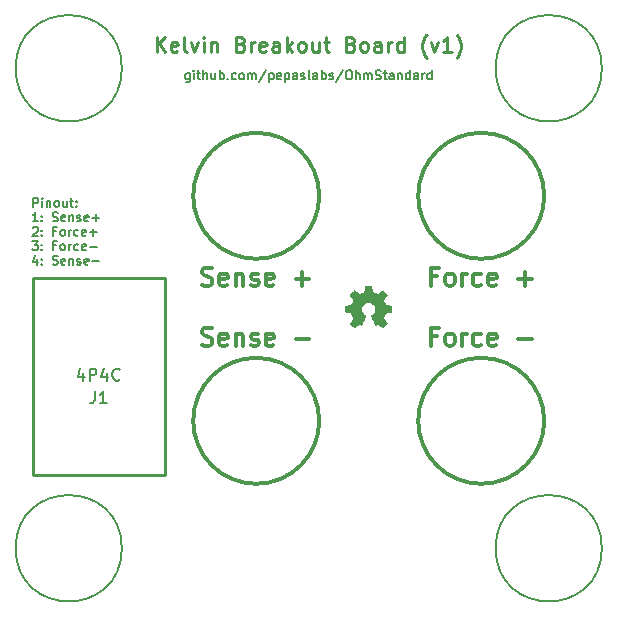
<source format=gto>
G04 (created by PCBNEW (2013-07-07 BZR 4022)-stable) date 6/30/2014 1:32:33 AM*
%MOIN*%
G04 Gerber Fmt 3.4, Leading zero omitted, Abs format*
%FSLAX34Y34*%
G01*
G70*
G90*
G04 APERTURE LIST*
%ADD10C,0.00590551*%
%ADD11C,0.006*%
%ADD12C,0.01*%
%ADD13C,0.012*%
%ADD14C,0.0001*%
%ADD15C,0.008*%
G04 APERTURE END LIST*
G54D10*
G54D11*
X70778Y-36671D02*
X70778Y-36914D01*
X70764Y-36942D01*
X70749Y-36957D01*
X70721Y-36971D01*
X70678Y-36971D01*
X70649Y-36957D01*
X70778Y-36857D02*
X70749Y-36871D01*
X70692Y-36871D01*
X70664Y-36857D01*
X70649Y-36842D01*
X70635Y-36814D01*
X70635Y-36728D01*
X70649Y-36700D01*
X70664Y-36685D01*
X70692Y-36671D01*
X70749Y-36671D01*
X70778Y-36685D01*
X70921Y-36871D02*
X70921Y-36671D01*
X70921Y-36571D02*
X70907Y-36585D01*
X70921Y-36600D01*
X70935Y-36585D01*
X70921Y-36571D01*
X70921Y-36600D01*
X71021Y-36671D02*
X71135Y-36671D01*
X71064Y-36571D02*
X71064Y-36828D01*
X71078Y-36857D01*
X71107Y-36871D01*
X71135Y-36871D01*
X71235Y-36871D02*
X71235Y-36571D01*
X71364Y-36871D02*
X71364Y-36714D01*
X71349Y-36685D01*
X71321Y-36671D01*
X71278Y-36671D01*
X71249Y-36685D01*
X71235Y-36700D01*
X71635Y-36671D02*
X71635Y-36871D01*
X71507Y-36671D02*
X71507Y-36828D01*
X71521Y-36857D01*
X71549Y-36871D01*
X71592Y-36871D01*
X71621Y-36857D01*
X71635Y-36842D01*
X71778Y-36871D02*
X71778Y-36571D01*
X71778Y-36685D02*
X71807Y-36671D01*
X71864Y-36671D01*
X71892Y-36685D01*
X71907Y-36700D01*
X71921Y-36728D01*
X71921Y-36814D01*
X71907Y-36842D01*
X71892Y-36857D01*
X71864Y-36871D01*
X71807Y-36871D01*
X71778Y-36857D01*
X72049Y-36842D02*
X72064Y-36857D01*
X72049Y-36871D01*
X72035Y-36857D01*
X72049Y-36842D01*
X72049Y-36871D01*
X72321Y-36857D02*
X72292Y-36871D01*
X72235Y-36871D01*
X72207Y-36857D01*
X72192Y-36842D01*
X72178Y-36814D01*
X72178Y-36728D01*
X72192Y-36700D01*
X72207Y-36685D01*
X72235Y-36671D01*
X72292Y-36671D01*
X72321Y-36685D01*
X72492Y-36871D02*
X72464Y-36857D01*
X72449Y-36842D01*
X72435Y-36814D01*
X72435Y-36728D01*
X72449Y-36700D01*
X72464Y-36685D01*
X72492Y-36671D01*
X72535Y-36671D01*
X72564Y-36685D01*
X72578Y-36700D01*
X72592Y-36728D01*
X72592Y-36814D01*
X72578Y-36842D01*
X72564Y-36857D01*
X72535Y-36871D01*
X72492Y-36871D01*
X72721Y-36871D02*
X72721Y-36671D01*
X72721Y-36700D02*
X72735Y-36685D01*
X72764Y-36671D01*
X72807Y-36671D01*
X72835Y-36685D01*
X72849Y-36714D01*
X72849Y-36871D01*
X72849Y-36714D02*
X72864Y-36685D01*
X72892Y-36671D01*
X72935Y-36671D01*
X72964Y-36685D01*
X72978Y-36714D01*
X72978Y-36871D01*
X73335Y-36557D02*
X73078Y-36942D01*
X73435Y-36671D02*
X73435Y-36971D01*
X73435Y-36685D02*
X73464Y-36671D01*
X73521Y-36671D01*
X73549Y-36685D01*
X73564Y-36700D01*
X73578Y-36728D01*
X73578Y-36814D01*
X73564Y-36842D01*
X73549Y-36857D01*
X73521Y-36871D01*
X73464Y-36871D01*
X73435Y-36857D01*
X73821Y-36857D02*
X73792Y-36871D01*
X73735Y-36871D01*
X73707Y-36857D01*
X73692Y-36828D01*
X73692Y-36714D01*
X73707Y-36685D01*
X73735Y-36671D01*
X73792Y-36671D01*
X73821Y-36685D01*
X73835Y-36714D01*
X73835Y-36742D01*
X73692Y-36771D01*
X73964Y-36671D02*
X73964Y-36971D01*
X73964Y-36685D02*
X73992Y-36671D01*
X74050Y-36671D01*
X74078Y-36685D01*
X74092Y-36700D01*
X74107Y-36728D01*
X74107Y-36814D01*
X74092Y-36842D01*
X74078Y-36857D01*
X74050Y-36871D01*
X73992Y-36871D01*
X73964Y-36857D01*
X74364Y-36871D02*
X74364Y-36714D01*
X74350Y-36685D01*
X74321Y-36671D01*
X74264Y-36671D01*
X74235Y-36685D01*
X74364Y-36857D02*
X74335Y-36871D01*
X74264Y-36871D01*
X74235Y-36857D01*
X74221Y-36828D01*
X74221Y-36800D01*
X74235Y-36771D01*
X74264Y-36757D01*
X74335Y-36757D01*
X74364Y-36742D01*
X74492Y-36857D02*
X74521Y-36871D01*
X74578Y-36871D01*
X74607Y-36857D01*
X74621Y-36828D01*
X74621Y-36814D01*
X74607Y-36785D01*
X74578Y-36771D01*
X74535Y-36771D01*
X74507Y-36757D01*
X74492Y-36728D01*
X74492Y-36714D01*
X74507Y-36685D01*
X74535Y-36671D01*
X74578Y-36671D01*
X74607Y-36685D01*
X74792Y-36871D02*
X74764Y-36857D01*
X74750Y-36828D01*
X74750Y-36571D01*
X75035Y-36871D02*
X75035Y-36714D01*
X75021Y-36685D01*
X74992Y-36671D01*
X74935Y-36671D01*
X74907Y-36685D01*
X75035Y-36857D02*
X75007Y-36871D01*
X74935Y-36871D01*
X74907Y-36857D01*
X74892Y-36828D01*
X74892Y-36800D01*
X74907Y-36771D01*
X74935Y-36757D01*
X75007Y-36757D01*
X75035Y-36742D01*
X75178Y-36871D02*
X75178Y-36571D01*
X75178Y-36685D02*
X75207Y-36671D01*
X75264Y-36671D01*
X75292Y-36685D01*
X75307Y-36700D01*
X75321Y-36728D01*
X75321Y-36814D01*
X75307Y-36842D01*
X75292Y-36857D01*
X75264Y-36871D01*
X75207Y-36871D01*
X75178Y-36857D01*
X75435Y-36857D02*
X75464Y-36871D01*
X75521Y-36871D01*
X75550Y-36857D01*
X75564Y-36828D01*
X75564Y-36814D01*
X75550Y-36785D01*
X75521Y-36771D01*
X75478Y-36771D01*
X75450Y-36757D01*
X75435Y-36728D01*
X75435Y-36714D01*
X75450Y-36685D01*
X75478Y-36671D01*
X75521Y-36671D01*
X75550Y-36685D01*
X75907Y-36557D02*
X75650Y-36942D01*
X76064Y-36571D02*
X76121Y-36571D01*
X76150Y-36585D01*
X76178Y-36614D01*
X76192Y-36671D01*
X76192Y-36771D01*
X76178Y-36828D01*
X76150Y-36857D01*
X76121Y-36871D01*
X76064Y-36871D01*
X76035Y-36857D01*
X76007Y-36828D01*
X75992Y-36771D01*
X75992Y-36671D01*
X76007Y-36614D01*
X76035Y-36585D01*
X76064Y-36571D01*
X76321Y-36871D02*
X76321Y-36571D01*
X76450Y-36871D02*
X76450Y-36714D01*
X76435Y-36685D01*
X76407Y-36671D01*
X76364Y-36671D01*
X76335Y-36685D01*
X76321Y-36700D01*
X76592Y-36871D02*
X76592Y-36671D01*
X76592Y-36700D02*
X76607Y-36685D01*
X76635Y-36671D01*
X76678Y-36671D01*
X76707Y-36685D01*
X76721Y-36714D01*
X76721Y-36871D01*
X76721Y-36714D02*
X76735Y-36685D01*
X76764Y-36671D01*
X76807Y-36671D01*
X76835Y-36685D01*
X76850Y-36714D01*
X76850Y-36871D01*
X76978Y-36857D02*
X77021Y-36871D01*
X77092Y-36871D01*
X77121Y-36857D01*
X77135Y-36842D01*
X77150Y-36814D01*
X77150Y-36785D01*
X77135Y-36757D01*
X77121Y-36742D01*
X77092Y-36728D01*
X77035Y-36714D01*
X77007Y-36700D01*
X76992Y-36685D01*
X76978Y-36657D01*
X76978Y-36628D01*
X76992Y-36600D01*
X77007Y-36585D01*
X77035Y-36571D01*
X77107Y-36571D01*
X77150Y-36585D01*
X77235Y-36671D02*
X77350Y-36671D01*
X77278Y-36571D02*
X77278Y-36828D01*
X77292Y-36857D01*
X77321Y-36871D01*
X77350Y-36871D01*
X77578Y-36871D02*
X77578Y-36714D01*
X77564Y-36685D01*
X77535Y-36671D01*
X77478Y-36671D01*
X77450Y-36685D01*
X77578Y-36857D02*
X77550Y-36871D01*
X77478Y-36871D01*
X77450Y-36857D01*
X77435Y-36828D01*
X77435Y-36800D01*
X77450Y-36771D01*
X77478Y-36757D01*
X77550Y-36757D01*
X77578Y-36742D01*
X77721Y-36671D02*
X77721Y-36871D01*
X77721Y-36700D02*
X77735Y-36685D01*
X77764Y-36671D01*
X77807Y-36671D01*
X77835Y-36685D01*
X77850Y-36714D01*
X77850Y-36871D01*
X78121Y-36871D02*
X78121Y-36571D01*
X78121Y-36857D02*
X78092Y-36871D01*
X78035Y-36871D01*
X78007Y-36857D01*
X77992Y-36842D01*
X77978Y-36814D01*
X77978Y-36728D01*
X77992Y-36700D01*
X78007Y-36685D01*
X78035Y-36671D01*
X78092Y-36671D01*
X78121Y-36685D01*
X78392Y-36871D02*
X78392Y-36714D01*
X78378Y-36685D01*
X78350Y-36671D01*
X78292Y-36671D01*
X78264Y-36685D01*
X78392Y-36857D02*
X78364Y-36871D01*
X78292Y-36871D01*
X78264Y-36857D01*
X78250Y-36828D01*
X78250Y-36800D01*
X78264Y-36771D01*
X78292Y-36757D01*
X78364Y-36757D01*
X78392Y-36742D01*
X78535Y-36871D02*
X78535Y-36671D01*
X78535Y-36728D02*
X78550Y-36700D01*
X78564Y-36685D01*
X78592Y-36671D01*
X78621Y-36671D01*
X78850Y-36871D02*
X78850Y-36571D01*
X78850Y-36857D02*
X78821Y-36871D01*
X78764Y-36871D01*
X78735Y-36857D01*
X78721Y-36842D01*
X78707Y-36814D01*
X78707Y-36728D01*
X78721Y-36700D01*
X78735Y-36685D01*
X78764Y-36671D01*
X78821Y-36671D01*
X78850Y-36685D01*
G54D12*
X69678Y-35952D02*
X69678Y-35452D01*
X69964Y-35952D02*
X69750Y-35666D01*
X69964Y-35452D02*
X69678Y-35738D01*
X70369Y-35928D02*
X70321Y-35952D01*
X70226Y-35952D01*
X70178Y-35928D01*
X70154Y-35880D01*
X70154Y-35690D01*
X70178Y-35642D01*
X70226Y-35619D01*
X70321Y-35619D01*
X70369Y-35642D01*
X70392Y-35690D01*
X70392Y-35738D01*
X70154Y-35785D01*
X70678Y-35952D02*
X70630Y-35928D01*
X70607Y-35880D01*
X70607Y-35452D01*
X70821Y-35619D02*
X70940Y-35952D01*
X71059Y-35619D01*
X71249Y-35952D02*
X71249Y-35619D01*
X71249Y-35452D02*
X71226Y-35476D01*
X71249Y-35500D01*
X71273Y-35476D01*
X71249Y-35452D01*
X71249Y-35500D01*
X71488Y-35619D02*
X71488Y-35952D01*
X71488Y-35666D02*
X71511Y-35642D01*
X71559Y-35619D01*
X71630Y-35619D01*
X71678Y-35642D01*
X71702Y-35690D01*
X71702Y-35952D01*
X72488Y-35690D02*
X72559Y-35714D01*
X72583Y-35738D01*
X72607Y-35785D01*
X72607Y-35857D01*
X72583Y-35904D01*
X72559Y-35928D01*
X72511Y-35952D01*
X72321Y-35952D01*
X72321Y-35452D01*
X72488Y-35452D01*
X72535Y-35476D01*
X72559Y-35500D01*
X72583Y-35547D01*
X72583Y-35595D01*
X72559Y-35642D01*
X72535Y-35666D01*
X72488Y-35690D01*
X72321Y-35690D01*
X72821Y-35952D02*
X72821Y-35619D01*
X72821Y-35714D02*
X72845Y-35666D01*
X72869Y-35642D01*
X72916Y-35619D01*
X72964Y-35619D01*
X73321Y-35928D02*
X73273Y-35952D01*
X73178Y-35952D01*
X73130Y-35928D01*
X73107Y-35880D01*
X73107Y-35690D01*
X73130Y-35642D01*
X73178Y-35619D01*
X73273Y-35619D01*
X73321Y-35642D01*
X73345Y-35690D01*
X73345Y-35738D01*
X73107Y-35785D01*
X73773Y-35952D02*
X73773Y-35690D01*
X73749Y-35642D01*
X73702Y-35619D01*
X73607Y-35619D01*
X73559Y-35642D01*
X73773Y-35928D02*
X73726Y-35952D01*
X73607Y-35952D01*
X73559Y-35928D01*
X73535Y-35880D01*
X73535Y-35833D01*
X73559Y-35785D01*
X73607Y-35761D01*
X73726Y-35761D01*
X73773Y-35738D01*
X74011Y-35952D02*
X74011Y-35452D01*
X74059Y-35761D02*
X74202Y-35952D01*
X74202Y-35619D02*
X74011Y-35809D01*
X74488Y-35952D02*
X74440Y-35928D01*
X74416Y-35904D01*
X74392Y-35857D01*
X74392Y-35714D01*
X74416Y-35666D01*
X74440Y-35642D01*
X74488Y-35619D01*
X74559Y-35619D01*
X74607Y-35642D01*
X74630Y-35666D01*
X74654Y-35714D01*
X74654Y-35857D01*
X74630Y-35904D01*
X74607Y-35928D01*
X74559Y-35952D01*
X74488Y-35952D01*
X75083Y-35619D02*
X75083Y-35952D01*
X74869Y-35619D02*
X74869Y-35880D01*
X74892Y-35928D01*
X74940Y-35952D01*
X75011Y-35952D01*
X75059Y-35928D01*
X75083Y-35904D01*
X75249Y-35619D02*
X75440Y-35619D01*
X75321Y-35452D02*
X75321Y-35880D01*
X75345Y-35928D01*
X75392Y-35952D01*
X75440Y-35952D01*
X76154Y-35690D02*
X76226Y-35714D01*
X76249Y-35738D01*
X76273Y-35785D01*
X76273Y-35857D01*
X76249Y-35904D01*
X76226Y-35928D01*
X76178Y-35952D01*
X75988Y-35952D01*
X75988Y-35452D01*
X76154Y-35452D01*
X76202Y-35476D01*
X76226Y-35500D01*
X76249Y-35547D01*
X76249Y-35595D01*
X76226Y-35642D01*
X76202Y-35666D01*
X76154Y-35690D01*
X75988Y-35690D01*
X76559Y-35952D02*
X76511Y-35928D01*
X76488Y-35904D01*
X76464Y-35857D01*
X76464Y-35714D01*
X76488Y-35666D01*
X76511Y-35642D01*
X76559Y-35619D01*
X76630Y-35619D01*
X76678Y-35642D01*
X76702Y-35666D01*
X76726Y-35714D01*
X76726Y-35857D01*
X76702Y-35904D01*
X76678Y-35928D01*
X76630Y-35952D01*
X76559Y-35952D01*
X77154Y-35952D02*
X77154Y-35690D01*
X77130Y-35642D01*
X77083Y-35619D01*
X76988Y-35619D01*
X76940Y-35642D01*
X77154Y-35928D02*
X77107Y-35952D01*
X76988Y-35952D01*
X76940Y-35928D01*
X76916Y-35880D01*
X76916Y-35833D01*
X76940Y-35785D01*
X76988Y-35761D01*
X77107Y-35761D01*
X77154Y-35738D01*
X77392Y-35952D02*
X77392Y-35619D01*
X77392Y-35714D02*
X77416Y-35666D01*
X77440Y-35642D01*
X77488Y-35619D01*
X77535Y-35619D01*
X77916Y-35952D02*
X77916Y-35452D01*
X77916Y-35928D02*
X77869Y-35952D01*
X77773Y-35952D01*
X77726Y-35928D01*
X77702Y-35904D01*
X77678Y-35857D01*
X77678Y-35714D01*
X77702Y-35666D01*
X77726Y-35642D01*
X77773Y-35619D01*
X77869Y-35619D01*
X77916Y-35642D01*
X78678Y-36142D02*
X78654Y-36119D01*
X78607Y-36047D01*
X78583Y-36000D01*
X78559Y-35928D01*
X78535Y-35809D01*
X78535Y-35714D01*
X78559Y-35595D01*
X78583Y-35523D01*
X78607Y-35476D01*
X78654Y-35404D01*
X78678Y-35380D01*
X78821Y-35619D02*
X78940Y-35952D01*
X79059Y-35619D01*
X79511Y-35952D02*
X79226Y-35952D01*
X79369Y-35952D02*
X79369Y-35452D01*
X79321Y-35523D01*
X79273Y-35571D01*
X79226Y-35595D01*
X79678Y-36142D02*
X79702Y-36119D01*
X79750Y-36047D01*
X79773Y-36000D01*
X79797Y-35928D01*
X79821Y-35809D01*
X79821Y-35714D01*
X79797Y-35595D01*
X79773Y-35523D01*
X79750Y-35476D01*
X79702Y-35404D01*
X79678Y-35380D01*
G54D11*
X65571Y-41121D02*
X65571Y-40821D01*
X65685Y-40821D01*
X65714Y-40835D01*
X65728Y-40850D01*
X65742Y-40878D01*
X65742Y-40921D01*
X65728Y-40950D01*
X65714Y-40964D01*
X65685Y-40978D01*
X65571Y-40978D01*
X65871Y-41121D02*
X65871Y-40921D01*
X65871Y-40821D02*
X65857Y-40835D01*
X65871Y-40850D01*
X65885Y-40835D01*
X65871Y-40821D01*
X65871Y-40850D01*
X66014Y-40921D02*
X66014Y-41121D01*
X66014Y-40950D02*
X66028Y-40935D01*
X66057Y-40921D01*
X66100Y-40921D01*
X66128Y-40935D01*
X66142Y-40964D01*
X66142Y-41121D01*
X66328Y-41121D02*
X66300Y-41107D01*
X66285Y-41092D01*
X66271Y-41064D01*
X66271Y-40978D01*
X66285Y-40950D01*
X66300Y-40935D01*
X66328Y-40921D01*
X66371Y-40921D01*
X66400Y-40935D01*
X66414Y-40950D01*
X66428Y-40978D01*
X66428Y-41064D01*
X66414Y-41092D01*
X66400Y-41107D01*
X66371Y-41121D01*
X66328Y-41121D01*
X66685Y-40921D02*
X66685Y-41121D01*
X66557Y-40921D02*
X66557Y-41078D01*
X66571Y-41107D01*
X66600Y-41121D01*
X66642Y-41121D01*
X66671Y-41107D01*
X66685Y-41092D01*
X66785Y-40921D02*
X66900Y-40921D01*
X66828Y-40821D02*
X66828Y-41078D01*
X66842Y-41107D01*
X66871Y-41121D01*
X66900Y-41121D01*
X67000Y-41092D02*
X67014Y-41107D01*
X67000Y-41121D01*
X66985Y-41107D01*
X67000Y-41092D01*
X67000Y-41121D01*
X67000Y-40935D02*
X67014Y-40950D01*
X67000Y-40964D01*
X66985Y-40950D01*
X67000Y-40935D01*
X67000Y-40964D01*
X65728Y-41601D02*
X65557Y-41601D01*
X65642Y-41601D02*
X65642Y-41301D01*
X65614Y-41344D01*
X65585Y-41372D01*
X65557Y-41387D01*
X65857Y-41572D02*
X65871Y-41587D01*
X65857Y-41601D01*
X65842Y-41587D01*
X65857Y-41572D01*
X65857Y-41601D01*
X65857Y-41415D02*
X65871Y-41430D01*
X65857Y-41444D01*
X65842Y-41430D01*
X65857Y-41415D01*
X65857Y-41444D01*
X66214Y-41587D02*
X66257Y-41601D01*
X66328Y-41601D01*
X66357Y-41587D01*
X66371Y-41572D01*
X66385Y-41544D01*
X66385Y-41515D01*
X66371Y-41487D01*
X66357Y-41472D01*
X66328Y-41458D01*
X66271Y-41444D01*
X66242Y-41430D01*
X66228Y-41415D01*
X66214Y-41387D01*
X66214Y-41358D01*
X66228Y-41330D01*
X66242Y-41315D01*
X66271Y-41301D01*
X66342Y-41301D01*
X66385Y-41315D01*
X66628Y-41587D02*
X66599Y-41601D01*
X66542Y-41601D01*
X66514Y-41587D01*
X66499Y-41558D01*
X66499Y-41444D01*
X66514Y-41415D01*
X66542Y-41401D01*
X66599Y-41401D01*
X66628Y-41415D01*
X66642Y-41444D01*
X66642Y-41472D01*
X66499Y-41501D01*
X66771Y-41401D02*
X66771Y-41601D01*
X66771Y-41430D02*
X66785Y-41415D01*
X66814Y-41401D01*
X66857Y-41401D01*
X66885Y-41415D01*
X66899Y-41444D01*
X66899Y-41601D01*
X67028Y-41587D02*
X67057Y-41601D01*
X67114Y-41601D01*
X67142Y-41587D01*
X67157Y-41558D01*
X67157Y-41544D01*
X67142Y-41515D01*
X67114Y-41501D01*
X67071Y-41501D01*
X67042Y-41487D01*
X67028Y-41458D01*
X67028Y-41444D01*
X67042Y-41415D01*
X67071Y-41401D01*
X67114Y-41401D01*
X67142Y-41415D01*
X67399Y-41587D02*
X67371Y-41601D01*
X67314Y-41601D01*
X67285Y-41587D01*
X67271Y-41558D01*
X67271Y-41444D01*
X67285Y-41415D01*
X67314Y-41401D01*
X67371Y-41401D01*
X67399Y-41415D01*
X67414Y-41444D01*
X67414Y-41472D01*
X67271Y-41501D01*
X67542Y-41487D02*
X67771Y-41487D01*
X67657Y-41601D02*
X67657Y-41372D01*
X65557Y-41810D02*
X65571Y-41795D01*
X65600Y-41781D01*
X65671Y-41781D01*
X65700Y-41795D01*
X65714Y-41810D01*
X65728Y-41838D01*
X65728Y-41867D01*
X65714Y-41910D01*
X65542Y-42081D01*
X65728Y-42081D01*
X65857Y-42052D02*
X65871Y-42067D01*
X65857Y-42081D01*
X65842Y-42067D01*
X65857Y-42052D01*
X65857Y-42081D01*
X65857Y-41895D02*
X65871Y-41910D01*
X65857Y-41924D01*
X65842Y-41910D01*
X65857Y-41895D01*
X65857Y-41924D01*
X66328Y-41924D02*
X66228Y-41924D01*
X66228Y-42081D02*
X66228Y-41781D01*
X66371Y-41781D01*
X66528Y-42081D02*
X66499Y-42067D01*
X66485Y-42052D01*
X66471Y-42024D01*
X66471Y-41938D01*
X66485Y-41910D01*
X66499Y-41895D01*
X66528Y-41881D01*
X66571Y-41881D01*
X66599Y-41895D01*
X66614Y-41910D01*
X66628Y-41938D01*
X66628Y-42024D01*
X66614Y-42052D01*
X66599Y-42067D01*
X66571Y-42081D01*
X66528Y-42081D01*
X66757Y-42081D02*
X66757Y-41881D01*
X66757Y-41938D02*
X66771Y-41910D01*
X66785Y-41895D01*
X66814Y-41881D01*
X66842Y-41881D01*
X67071Y-42067D02*
X67042Y-42081D01*
X66985Y-42081D01*
X66957Y-42067D01*
X66942Y-42052D01*
X66928Y-42024D01*
X66928Y-41938D01*
X66942Y-41910D01*
X66957Y-41895D01*
X66985Y-41881D01*
X67042Y-41881D01*
X67071Y-41895D01*
X67314Y-42067D02*
X67285Y-42081D01*
X67228Y-42081D01*
X67200Y-42067D01*
X67185Y-42038D01*
X67185Y-41924D01*
X67200Y-41895D01*
X67228Y-41881D01*
X67285Y-41881D01*
X67314Y-41895D01*
X67328Y-41924D01*
X67328Y-41952D01*
X67185Y-41981D01*
X67457Y-41967D02*
X67685Y-41967D01*
X67571Y-42081D02*
X67571Y-41852D01*
X65542Y-42261D02*
X65728Y-42261D01*
X65628Y-42375D01*
X65671Y-42375D01*
X65700Y-42390D01*
X65714Y-42404D01*
X65728Y-42432D01*
X65728Y-42504D01*
X65714Y-42532D01*
X65700Y-42547D01*
X65671Y-42561D01*
X65585Y-42561D01*
X65557Y-42547D01*
X65542Y-42532D01*
X65857Y-42532D02*
X65871Y-42547D01*
X65857Y-42561D01*
X65842Y-42547D01*
X65857Y-42532D01*
X65857Y-42561D01*
X65857Y-42375D02*
X65871Y-42390D01*
X65857Y-42404D01*
X65842Y-42390D01*
X65857Y-42375D01*
X65857Y-42404D01*
X66328Y-42404D02*
X66228Y-42404D01*
X66228Y-42561D02*
X66228Y-42261D01*
X66371Y-42261D01*
X66528Y-42561D02*
X66499Y-42547D01*
X66485Y-42532D01*
X66471Y-42504D01*
X66471Y-42418D01*
X66485Y-42390D01*
X66499Y-42375D01*
X66528Y-42361D01*
X66571Y-42361D01*
X66599Y-42375D01*
X66614Y-42390D01*
X66628Y-42418D01*
X66628Y-42504D01*
X66614Y-42532D01*
X66599Y-42547D01*
X66571Y-42561D01*
X66528Y-42561D01*
X66757Y-42561D02*
X66757Y-42361D01*
X66757Y-42418D02*
X66771Y-42390D01*
X66785Y-42375D01*
X66814Y-42361D01*
X66842Y-42361D01*
X67071Y-42547D02*
X67042Y-42561D01*
X66985Y-42561D01*
X66957Y-42547D01*
X66942Y-42532D01*
X66928Y-42504D01*
X66928Y-42418D01*
X66942Y-42390D01*
X66957Y-42375D01*
X66985Y-42361D01*
X67042Y-42361D01*
X67071Y-42375D01*
X67314Y-42547D02*
X67285Y-42561D01*
X67228Y-42561D01*
X67200Y-42547D01*
X67185Y-42518D01*
X67185Y-42404D01*
X67200Y-42375D01*
X67228Y-42361D01*
X67285Y-42361D01*
X67314Y-42375D01*
X67328Y-42404D01*
X67328Y-42432D01*
X67185Y-42461D01*
X67457Y-42447D02*
X67685Y-42447D01*
X65700Y-42841D02*
X65700Y-43041D01*
X65628Y-42727D02*
X65557Y-42941D01*
X65742Y-42941D01*
X65857Y-43012D02*
X65871Y-43027D01*
X65857Y-43041D01*
X65842Y-43027D01*
X65857Y-43012D01*
X65857Y-43041D01*
X65857Y-42855D02*
X65871Y-42870D01*
X65857Y-42884D01*
X65842Y-42870D01*
X65857Y-42855D01*
X65857Y-42884D01*
X66214Y-43027D02*
X66257Y-43041D01*
X66328Y-43041D01*
X66357Y-43027D01*
X66371Y-43012D01*
X66385Y-42984D01*
X66385Y-42955D01*
X66371Y-42927D01*
X66357Y-42912D01*
X66328Y-42898D01*
X66271Y-42884D01*
X66242Y-42870D01*
X66228Y-42855D01*
X66214Y-42827D01*
X66214Y-42798D01*
X66228Y-42770D01*
X66242Y-42755D01*
X66271Y-42741D01*
X66342Y-42741D01*
X66385Y-42755D01*
X66628Y-43027D02*
X66599Y-43041D01*
X66542Y-43041D01*
X66514Y-43027D01*
X66499Y-42998D01*
X66499Y-42884D01*
X66514Y-42855D01*
X66542Y-42841D01*
X66599Y-42841D01*
X66628Y-42855D01*
X66642Y-42884D01*
X66642Y-42912D01*
X66499Y-42941D01*
X66771Y-42841D02*
X66771Y-43041D01*
X66771Y-42870D02*
X66785Y-42855D01*
X66814Y-42841D01*
X66857Y-42841D01*
X66885Y-42855D01*
X66899Y-42884D01*
X66899Y-43041D01*
X67028Y-43027D02*
X67057Y-43041D01*
X67114Y-43041D01*
X67142Y-43027D01*
X67157Y-42998D01*
X67157Y-42984D01*
X67142Y-42955D01*
X67114Y-42941D01*
X67071Y-42941D01*
X67042Y-42927D01*
X67028Y-42898D01*
X67028Y-42884D01*
X67042Y-42855D01*
X67071Y-42841D01*
X67114Y-42841D01*
X67142Y-42855D01*
X67399Y-43027D02*
X67371Y-43041D01*
X67314Y-43041D01*
X67285Y-43027D01*
X67271Y-42998D01*
X67271Y-42884D01*
X67285Y-42855D01*
X67314Y-42841D01*
X67371Y-42841D01*
X67399Y-42855D01*
X67414Y-42884D01*
X67414Y-42912D01*
X67271Y-42941D01*
X67542Y-42927D02*
X67771Y-42927D01*
G54D13*
X75100Y-40750D02*
G75*
G03X75100Y-40750I-2100J0D01*
G74*
G01*
X82600Y-40750D02*
G75*
G03X82600Y-40750I-2100J0D01*
G74*
G01*
X82600Y-48250D02*
G75*
G03X82600Y-48250I-2100J0D01*
G74*
G01*
X75100Y-48250D02*
G75*
G03X75100Y-48250I-2100J0D01*
G74*
G01*
G54D12*
X65543Y-43503D02*
X65543Y-50059D01*
X69952Y-43503D02*
X69952Y-50059D01*
X65543Y-43503D02*
X69952Y-43503D01*
X65543Y-50059D02*
X69952Y-50059D01*
G54D10*
X84521Y-52500D02*
G75*
G03X84521Y-52500I-1771J0D01*
G74*
G01*
X84521Y-36500D02*
G75*
G03X84521Y-36500I-1771J0D01*
G74*
G01*
X68521Y-52500D02*
G75*
G03X68521Y-52500I-1771J0D01*
G74*
G01*
X68521Y-36500D02*
G75*
G03X68521Y-36500I-1771J0D01*
G74*
G01*
G54D14*
G36*
X76273Y-45157D02*
X76281Y-45153D01*
X76300Y-45141D01*
X76326Y-45124D01*
X76357Y-45103D01*
X76388Y-45082D01*
X76414Y-45065D01*
X76432Y-45053D01*
X76439Y-45049D01*
X76443Y-45050D01*
X76458Y-45058D01*
X76480Y-45069D01*
X76492Y-45075D01*
X76512Y-45084D01*
X76522Y-45086D01*
X76523Y-45083D01*
X76531Y-45068D01*
X76542Y-45042D01*
X76557Y-45008D01*
X76574Y-44968D01*
X76592Y-44925D01*
X76610Y-44881D01*
X76628Y-44839D01*
X76643Y-44801D01*
X76656Y-44771D01*
X76664Y-44749D01*
X76667Y-44740D01*
X76666Y-44738D01*
X76656Y-44729D01*
X76639Y-44716D01*
X76601Y-44685D01*
X76565Y-44639D01*
X76542Y-44587D01*
X76535Y-44529D01*
X76541Y-44476D01*
X76562Y-44425D01*
X76598Y-44378D01*
X76642Y-44344D01*
X76693Y-44322D01*
X76750Y-44315D01*
X76805Y-44321D01*
X76857Y-44342D01*
X76904Y-44377D01*
X76923Y-44400D01*
X76950Y-44447D01*
X76966Y-44497D01*
X76967Y-44509D01*
X76965Y-44565D01*
X76949Y-44618D01*
X76920Y-44665D01*
X76879Y-44704D01*
X76874Y-44708D01*
X76855Y-44722D01*
X76843Y-44731D01*
X76833Y-44739D01*
X76903Y-44909D01*
X76914Y-44936D01*
X76934Y-44982D01*
X76951Y-45022D01*
X76964Y-45054D01*
X76974Y-45075D01*
X76978Y-45084D01*
X76978Y-45084D01*
X76984Y-45085D01*
X76997Y-45080D01*
X77021Y-45069D01*
X77037Y-45061D01*
X77055Y-45052D01*
X77063Y-45049D01*
X77070Y-45053D01*
X77087Y-45064D01*
X77112Y-45081D01*
X77142Y-45101D01*
X77171Y-45121D01*
X77198Y-45139D01*
X77217Y-45151D01*
X77227Y-45156D01*
X77228Y-45156D01*
X77236Y-45151D01*
X77252Y-45139D01*
X77275Y-45117D01*
X77307Y-45085D01*
X77312Y-45080D01*
X77339Y-45052D01*
X77361Y-45029D01*
X77376Y-45013D01*
X77381Y-45006D01*
X77381Y-45006D01*
X77376Y-44996D01*
X77364Y-44977D01*
X77346Y-44950D01*
X77325Y-44919D01*
X77269Y-44837D01*
X77300Y-44760D01*
X77309Y-44737D01*
X77321Y-44708D01*
X77330Y-44688D01*
X77335Y-44679D01*
X77343Y-44676D01*
X77364Y-44671D01*
X77395Y-44664D01*
X77431Y-44658D01*
X77466Y-44651D01*
X77497Y-44645D01*
X77520Y-44641D01*
X77530Y-44639D01*
X77532Y-44637D01*
X77534Y-44632D01*
X77536Y-44622D01*
X77536Y-44603D01*
X77537Y-44573D01*
X77537Y-44529D01*
X77537Y-44525D01*
X77536Y-44483D01*
X77536Y-44450D01*
X77535Y-44429D01*
X77533Y-44421D01*
X77533Y-44421D01*
X77523Y-44418D01*
X77501Y-44414D01*
X77470Y-44407D01*
X77432Y-44400D01*
X77430Y-44400D01*
X77393Y-44393D01*
X77362Y-44386D01*
X77340Y-44381D01*
X77331Y-44378D01*
X77329Y-44376D01*
X77321Y-44361D01*
X77310Y-44338D01*
X77298Y-44310D01*
X77286Y-44281D01*
X77275Y-44254D01*
X77268Y-44235D01*
X77266Y-44226D01*
X77266Y-44226D01*
X77272Y-44217D01*
X77285Y-44197D01*
X77303Y-44171D01*
X77325Y-44139D01*
X77326Y-44136D01*
X77348Y-44105D01*
X77365Y-44078D01*
X77377Y-44059D01*
X77381Y-44051D01*
X77381Y-44050D01*
X77374Y-44041D01*
X77358Y-44023D01*
X77335Y-43999D01*
X77307Y-43971D01*
X77298Y-43963D01*
X77268Y-43933D01*
X77247Y-43913D01*
X77233Y-43903D01*
X77227Y-43900D01*
X77227Y-43901D01*
X77217Y-43906D01*
X77197Y-43919D01*
X77170Y-43938D01*
X77138Y-43959D01*
X77136Y-43961D01*
X77105Y-43982D01*
X77079Y-44000D01*
X77060Y-44012D01*
X77052Y-44017D01*
X77050Y-44017D01*
X77038Y-44013D01*
X77015Y-44006D01*
X76988Y-43995D01*
X76959Y-43983D01*
X76932Y-43972D01*
X76912Y-43963D01*
X76903Y-43958D01*
X76903Y-43957D01*
X76899Y-43946D01*
X76894Y-43922D01*
X76887Y-43890D01*
X76880Y-43851D01*
X76879Y-43845D01*
X76872Y-43808D01*
X76866Y-43777D01*
X76861Y-43755D01*
X76859Y-43746D01*
X76854Y-43745D01*
X76835Y-43744D01*
X76807Y-43743D01*
X76773Y-43743D01*
X76738Y-43743D01*
X76704Y-43744D01*
X76674Y-43745D01*
X76653Y-43746D01*
X76644Y-43748D01*
X76643Y-43749D01*
X76640Y-43760D01*
X76635Y-43784D01*
X76628Y-43816D01*
X76621Y-43855D01*
X76620Y-43862D01*
X76613Y-43899D01*
X76606Y-43930D01*
X76602Y-43951D01*
X76599Y-43959D01*
X76596Y-43961D01*
X76581Y-43968D01*
X76556Y-43978D01*
X76524Y-43991D01*
X76452Y-44020D01*
X76364Y-43959D01*
X76356Y-43954D01*
X76324Y-43932D01*
X76298Y-43915D01*
X76280Y-43903D01*
X76272Y-43899D01*
X76272Y-43899D01*
X76263Y-43907D01*
X76245Y-43923D01*
X76221Y-43947D01*
X76194Y-43974D01*
X76173Y-43995D01*
X76149Y-44020D01*
X76133Y-44036D01*
X76125Y-44047D01*
X76122Y-44054D01*
X76123Y-44058D01*
X76128Y-44067D01*
X76141Y-44086D01*
X76159Y-44113D01*
X76181Y-44144D01*
X76199Y-44171D01*
X76218Y-44200D01*
X76230Y-44221D01*
X76235Y-44232D01*
X76234Y-44236D01*
X76227Y-44253D01*
X76217Y-44280D01*
X76204Y-44311D01*
X76173Y-44381D01*
X76127Y-44389D01*
X76099Y-44395D01*
X76060Y-44402D01*
X76023Y-44409D01*
X75965Y-44421D01*
X75963Y-44633D01*
X75972Y-44637D01*
X75981Y-44640D01*
X76002Y-44644D01*
X76033Y-44650D01*
X76069Y-44657D01*
X76100Y-44663D01*
X76131Y-44669D01*
X76153Y-44673D01*
X76163Y-44675D01*
X76166Y-44679D01*
X76174Y-44694D01*
X76185Y-44718D01*
X76197Y-44747D01*
X76209Y-44776D01*
X76220Y-44804D01*
X76228Y-44825D01*
X76231Y-44836D01*
X76227Y-44844D01*
X76215Y-44862D01*
X76198Y-44888D01*
X76177Y-44919D01*
X76155Y-44950D01*
X76138Y-44977D01*
X76125Y-44996D01*
X76120Y-45004D01*
X76123Y-45010D01*
X76135Y-45025D01*
X76158Y-45049D01*
X76193Y-45084D01*
X76199Y-45089D01*
X76226Y-45116D01*
X76250Y-45137D01*
X76266Y-45152D01*
X76273Y-45157D01*
X76273Y-45157D01*
G37*
G54D13*
X71200Y-43714D02*
X71285Y-43742D01*
X71428Y-43742D01*
X71485Y-43714D01*
X71514Y-43685D01*
X71542Y-43628D01*
X71542Y-43571D01*
X71514Y-43514D01*
X71485Y-43485D01*
X71428Y-43457D01*
X71314Y-43428D01*
X71257Y-43400D01*
X71228Y-43371D01*
X71200Y-43314D01*
X71200Y-43257D01*
X71228Y-43200D01*
X71257Y-43171D01*
X71314Y-43142D01*
X71457Y-43142D01*
X71542Y-43171D01*
X72028Y-43714D02*
X71971Y-43742D01*
X71857Y-43742D01*
X71800Y-43714D01*
X71771Y-43657D01*
X71771Y-43428D01*
X71800Y-43371D01*
X71857Y-43342D01*
X71971Y-43342D01*
X72028Y-43371D01*
X72057Y-43428D01*
X72057Y-43485D01*
X71771Y-43542D01*
X72314Y-43342D02*
X72314Y-43742D01*
X72314Y-43400D02*
X72342Y-43371D01*
X72400Y-43342D01*
X72485Y-43342D01*
X72542Y-43371D01*
X72571Y-43428D01*
X72571Y-43742D01*
X72828Y-43714D02*
X72885Y-43742D01*
X73000Y-43742D01*
X73057Y-43714D01*
X73085Y-43657D01*
X73085Y-43628D01*
X73057Y-43571D01*
X73000Y-43542D01*
X72914Y-43542D01*
X72857Y-43514D01*
X72828Y-43457D01*
X72828Y-43428D01*
X72857Y-43371D01*
X72914Y-43342D01*
X73000Y-43342D01*
X73057Y-43371D01*
X73571Y-43714D02*
X73514Y-43742D01*
X73400Y-43742D01*
X73342Y-43714D01*
X73314Y-43657D01*
X73314Y-43428D01*
X73342Y-43371D01*
X73400Y-43342D01*
X73514Y-43342D01*
X73571Y-43371D01*
X73600Y-43428D01*
X73600Y-43485D01*
X73314Y-43542D01*
X74314Y-43514D02*
X74771Y-43514D01*
X74542Y-43742D02*
X74542Y-43285D01*
X79014Y-43428D02*
X78814Y-43428D01*
X78814Y-43742D02*
X78814Y-43142D01*
X79099Y-43142D01*
X79414Y-43742D02*
X79357Y-43714D01*
X79328Y-43685D01*
X79300Y-43628D01*
X79300Y-43457D01*
X79328Y-43400D01*
X79357Y-43371D01*
X79414Y-43342D01*
X79500Y-43342D01*
X79557Y-43371D01*
X79585Y-43400D01*
X79614Y-43457D01*
X79614Y-43628D01*
X79585Y-43685D01*
X79557Y-43714D01*
X79500Y-43742D01*
X79414Y-43742D01*
X79871Y-43742D02*
X79871Y-43342D01*
X79871Y-43457D02*
X79900Y-43400D01*
X79928Y-43371D01*
X79985Y-43342D01*
X80042Y-43342D01*
X80500Y-43714D02*
X80442Y-43742D01*
X80328Y-43742D01*
X80271Y-43714D01*
X80242Y-43685D01*
X80214Y-43628D01*
X80214Y-43457D01*
X80242Y-43400D01*
X80271Y-43371D01*
X80328Y-43342D01*
X80442Y-43342D01*
X80500Y-43371D01*
X80985Y-43714D02*
X80928Y-43742D01*
X80814Y-43742D01*
X80757Y-43714D01*
X80728Y-43657D01*
X80728Y-43428D01*
X80757Y-43371D01*
X80814Y-43342D01*
X80928Y-43342D01*
X80985Y-43371D01*
X81014Y-43428D01*
X81014Y-43485D01*
X80728Y-43542D01*
X81728Y-43514D02*
X82185Y-43514D01*
X81957Y-43742D02*
X81957Y-43285D01*
X79014Y-45428D02*
X78814Y-45428D01*
X78814Y-45742D02*
X78814Y-45142D01*
X79099Y-45142D01*
X79414Y-45742D02*
X79357Y-45714D01*
X79328Y-45685D01*
X79300Y-45628D01*
X79300Y-45457D01*
X79328Y-45400D01*
X79357Y-45371D01*
X79414Y-45342D01*
X79500Y-45342D01*
X79557Y-45371D01*
X79585Y-45400D01*
X79614Y-45457D01*
X79614Y-45628D01*
X79585Y-45685D01*
X79557Y-45714D01*
X79500Y-45742D01*
X79414Y-45742D01*
X79871Y-45742D02*
X79871Y-45342D01*
X79871Y-45457D02*
X79900Y-45400D01*
X79928Y-45371D01*
X79985Y-45342D01*
X80042Y-45342D01*
X80500Y-45714D02*
X80442Y-45742D01*
X80328Y-45742D01*
X80271Y-45714D01*
X80242Y-45685D01*
X80214Y-45628D01*
X80214Y-45457D01*
X80242Y-45400D01*
X80271Y-45371D01*
X80328Y-45342D01*
X80442Y-45342D01*
X80500Y-45371D01*
X80985Y-45714D02*
X80928Y-45742D01*
X80814Y-45742D01*
X80757Y-45714D01*
X80728Y-45657D01*
X80728Y-45428D01*
X80757Y-45371D01*
X80814Y-45342D01*
X80928Y-45342D01*
X80985Y-45371D01*
X81014Y-45428D01*
X81014Y-45485D01*
X80728Y-45542D01*
X81728Y-45514D02*
X82185Y-45514D01*
X71200Y-45714D02*
X71285Y-45742D01*
X71428Y-45742D01*
X71485Y-45714D01*
X71514Y-45685D01*
X71542Y-45628D01*
X71542Y-45571D01*
X71514Y-45514D01*
X71485Y-45485D01*
X71428Y-45457D01*
X71314Y-45428D01*
X71257Y-45400D01*
X71228Y-45371D01*
X71200Y-45314D01*
X71200Y-45257D01*
X71228Y-45200D01*
X71257Y-45171D01*
X71314Y-45142D01*
X71457Y-45142D01*
X71542Y-45171D01*
X72028Y-45714D02*
X71971Y-45742D01*
X71857Y-45742D01*
X71800Y-45714D01*
X71771Y-45657D01*
X71771Y-45428D01*
X71800Y-45371D01*
X71857Y-45342D01*
X71971Y-45342D01*
X72028Y-45371D01*
X72057Y-45428D01*
X72057Y-45485D01*
X71771Y-45542D01*
X72314Y-45342D02*
X72314Y-45742D01*
X72314Y-45400D02*
X72342Y-45371D01*
X72400Y-45342D01*
X72485Y-45342D01*
X72542Y-45371D01*
X72571Y-45428D01*
X72571Y-45742D01*
X72828Y-45714D02*
X72885Y-45742D01*
X73000Y-45742D01*
X73057Y-45714D01*
X73085Y-45657D01*
X73085Y-45628D01*
X73057Y-45571D01*
X73000Y-45542D01*
X72914Y-45542D01*
X72857Y-45514D01*
X72828Y-45457D01*
X72828Y-45428D01*
X72857Y-45371D01*
X72914Y-45342D01*
X73000Y-45342D01*
X73057Y-45371D01*
X73571Y-45714D02*
X73514Y-45742D01*
X73400Y-45742D01*
X73342Y-45714D01*
X73314Y-45657D01*
X73314Y-45428D01*
X73342Y-45371D01*
X73400Y-45342D01*
X73514Y-45342D01*
X73571Y-45371D01*
X73600Y-45428D01*
X73600Y-45485D01*
X73314Y-45542D01*
X74314Y-45514D02*
X74771Y-45514D01*
G54D15*
X67616Y-47261D02*
X67616Y-47547D01*
X67597Y-47604D01*
X67559Y-47642D01*
X67502Y-47661D01*
X67464Y-47661D01*
X68016Y-47661D02*
X67788Y-47661D01*
X67902Y-47661D02*
X67902Y-47261D01*
X67864Y-47319D01*
X67826Y-47357D01*
X67788Y-47376D01*
X67235Y-46645D02*
X67235Y-46911D01*
X67140Y-46492D02*
X67045Y-46778D01*
X67292Y-46778D01*
X67445Y-46911D02*
X67445Y-46511D01*
X67597Y-46511D01*
X67635Y-46530D01*
X67654Y-46550D01*
X67673Y-46588D01*
X67673Y-46645D01*
X67654Y-46683D01*
X67635Y-46702D01*
X67597Y-46721D01*
X67445Y-46721D01*
X68016Y-46645D02*
X68016Y-46911D01*
X67921Y-46492D02*
X67826Y-46778D01*
X68073Y-46778D01*
X68454Y-46873D02*
X68435Y-46892D01*
X68378Y-46911D01*
X68340Y-46911D01*
X68283Y-46892D01*
X68245Y-46854D01*
X68226Y-46816D01*
X68207Y-46740D01*
X68207Y-46683D01*
X68226Y-46607D01*
X68245Y-46569D01*
X68283Y-46530D01*
X68340Y-46511D01*
X68378Y-46511D01*
X68435Y-46530D01*
X68454Y-46550D01*
M02*

</source>
